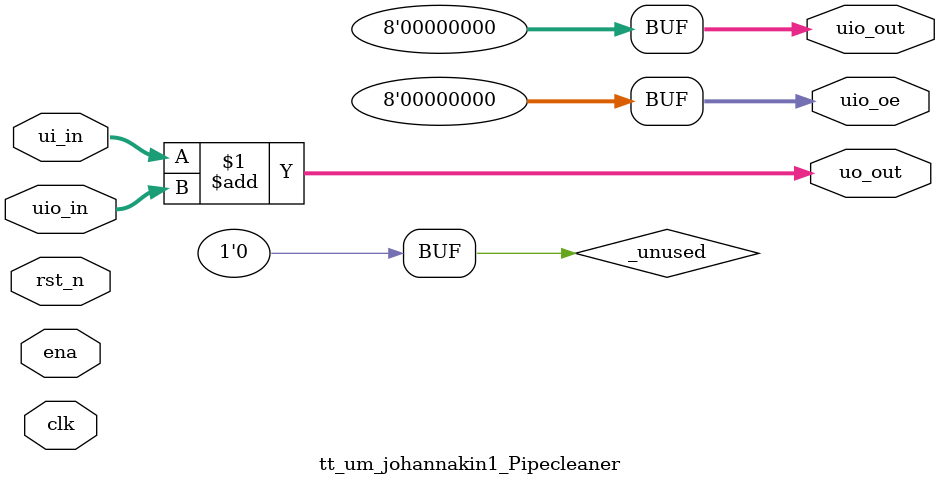
<source format=v>
/*
 * Copyright (c) 2024 Your Name
 * SPDX-License-Identifier: Apache-2.0
 */

`default_nettype none

module tt_um_johannakin1_Pipecleaner (
    input  wire [7:0] ui_in,    // Dedicated inputs
    output wire [7:0] uo_out,   // Dedicated outputs
    input  wire [7:0] uio_in,   // IOs: Input path
    output wire [7:0] uio_out,  // IOs: Output path
    output wire [7:0] uio_oe,   // IOs: Enable path (active high: 0=input, 1=output)
    input  wire       ena,      // always 1 when the design is powered, so you can ignore it
    input  wire       clk,      // clock
    input  wire       rst_n     // reset_n - low to reset
);

  // All output pins must be assigned. If not used, assign to 0.
  assign uo_out  = ui_in + uio_in;  // Example: ou_out is the sum of ui_in and uio_in
  assign uio_out = 0;
  assign uio_oe  = 0;

  // List all unused inputs to prevent warnings
  wire _unused = &{ena, clk, rst_n, 1'b0};

endmodule

</source>
